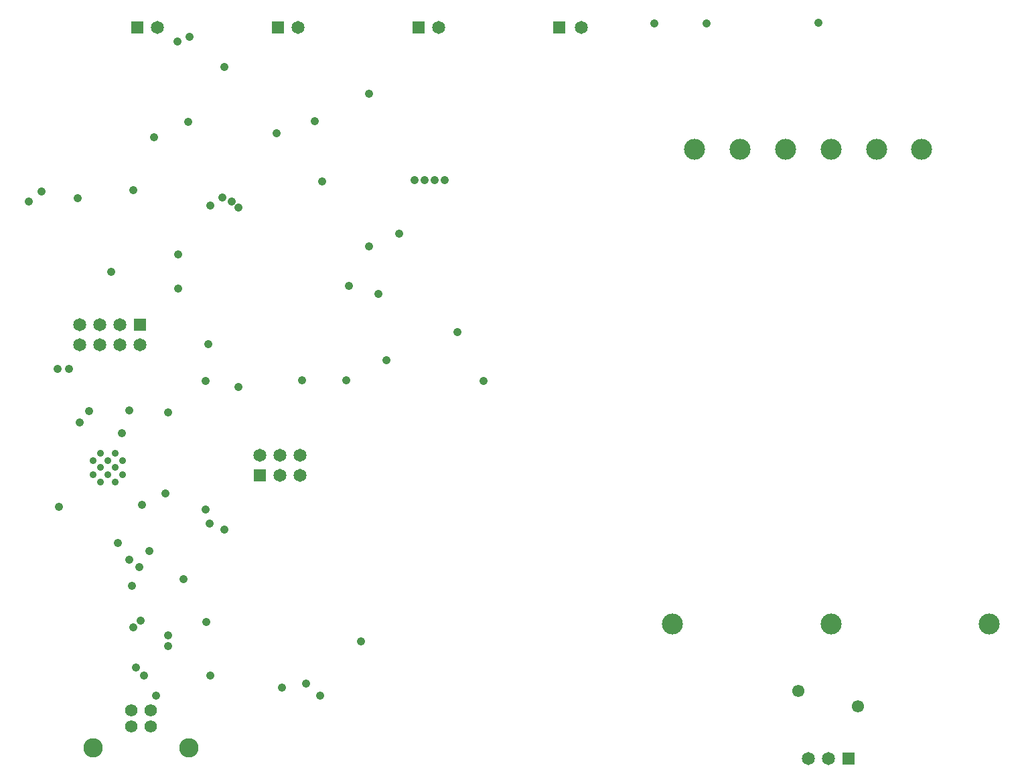
<source format=gbs>
%FSTAX23Y23*%
%MOIN*%
%SFA1B1*%

%IPPOS*%
%ADD46C,0.104330*%
%ADD47C,0.035910*%
%ADD48C,0.062130*%
%ADD49C,0.096460*%
%ADD50R,0.064960X0.064960*%
%ADD51C,0.064960*%
%ADD52C,0.061020*%
%ADD53C,0.040910*%
%LNpcb1-1*%
%LPD*%
G54D46*
X0454Y0418D03*
X04766D03*
X04992D03*
X05219D03*
X05445D03*
X05671D03*
X06006Y01817D03*
X05219D03*
X04431D03*
G54D47*
X01692Y02631D03*
Y02558D03*
X01547Y02631D03*
Y02558D03*
X0162Y02631D03*
Y02558D03*
X01656Y02667D03*
Y02595D03*
Y02522D03*
X01583Y02667D03*
Y02522D03*
Y02595D03*
G54D48*
X01834Y01385D03*
X01735D03*
Y01306D03*
X01834D03*
G54D49*
X01547Y012D03*
X02022D03*
G54D50*
X05305Y01145D03*
X0178Y03305D03*
X01765Y04785D03*
X02465D03*
X03165D03*
X03865D03*
X02375Y02555D03*
G54D51*
X05205Y01145D03*
X05105D03*
X0148Y03205D03*
Y03305D03*
X0158Y03205D03*
Y03305D03*
X0168Y03205D03*
Y03305D03*
X0178Y03205D03*
X01865Y04785D03*
X02565D03*
X03265D03*
X03975D03*
X02575Y02655D03*
Y02555D03*
X02475Y02655D03*
Y02555D03*
X02375Y02655D03*
G54D52*
X05057Y01482D03*
X05352Y01407D03*
G54D53*
X0186Y0146D03*
X0282Y035D03*
X02965Y0346D03*
X0336Y0327D03*
X03005Y0313D03*
X0288Y0173D03*
X0213Y0156D03*
X0211Y01825D03*
X01995Y0204D03*
X02105Y02385D03*
X0179Y0241D03*
X0169Y02765D03*
X0197Y03485D03*
Y03655D03*
X01635Y0357D03*
X0213Y039D03*
X0147Y03935D03*
X0129Y0397D03*
X01225Y0392D03*
X0202Y04315D03*
X0265Y0432D03*
X01745Y03975D03*
X022Y0459D03*
X02805Y0303D03*
X02585D03*
X0227Y02995D03*
X02605Y0152D03*
X02485Y015D03*
X018Y0156D03*
X0176Y016D03*
X02675Y0146D03*
X0192Y01705D03*
X01375Y024D03*
X0148Y0282D03*
X0212Y0321D03*
X05155Y0481D03*
X0349Y03025D03*
X02105D03*
X01725Y0288D03*
X0307Y0376D03*
X0434Y04805D03*
X046D03*
X01725Y02135D03*
X0192Y0176D03*
X03245Y04025D03*
X03195D03*
X03145D03*
X03295D03*
X01775Y021D03*
X01825Y0218D03*
X0167Y0222D03*
X0174Y02005D03*
X022Y02285D03*
X02125Y02315D03*
X0137Y03085D03*
X01965Y04715D03*
X01425Y03085D03*
X02025Y0474D03*
X0219Y0394D03*
X02269Y03891D03*
X02235Y0392D03*
X0292Y03695D03*
Y04455D03*
X01905Y02465D03*
X01745Y018D03*
X0185Y0424D03*
X0246Y0426D03*
X02685Y0402D03*
X01784Y01834D03*
X01525Y02875D03*
X0192Y0287D03*
M02*
</source>
